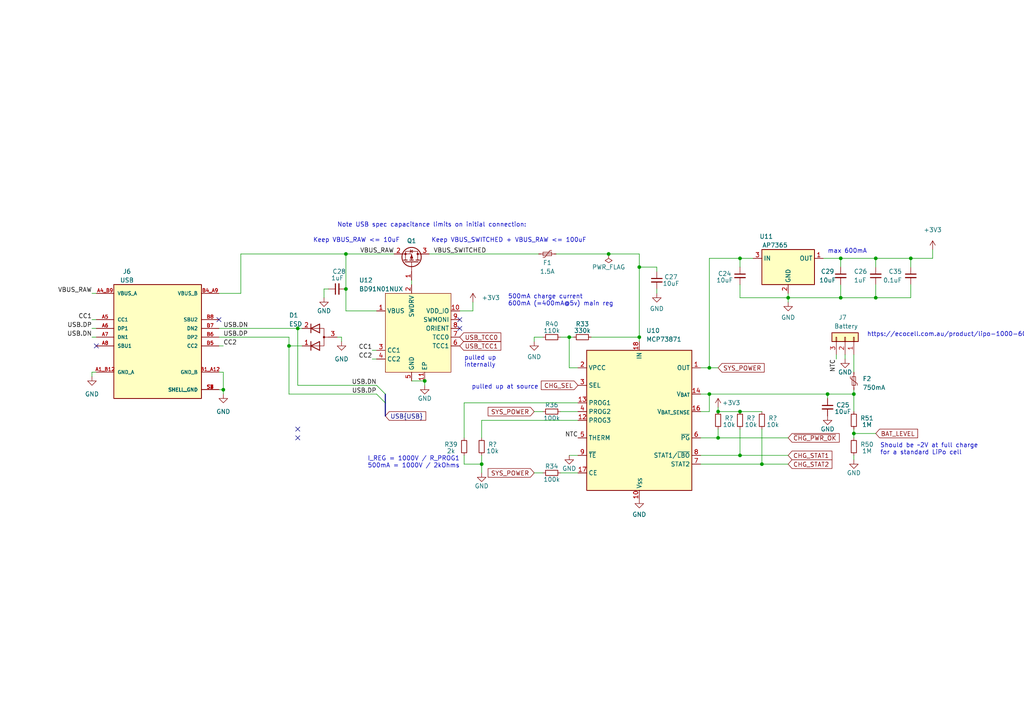
<source format=kicad_sch>
(kicad_sch (version 20230121) (generator eeschema)
  (paper "A4")
  (title_block (title "TANGARA") (date "2023-05-30") (rev "4") (company "made by jacqueline") (comment 1 "SPDX-License-Identifier: CERN-OHL-S-2.0"))
  (lib_symbols
    (symbol "Battery_Management:MCP73871"
      (property "Reference" "U" (at -7.62 24.13 0))
      (property "Value" "MCP73871" (at -15.24 21.59 0))
      (symbol "MCP73871_0_1"
        (rectangle (start -15.24 20.32) (end 15.24 -20.32) (stroke (width 0.254)) (fill (type background)))
      )
      (symbol "MCP73871_1_1"
        (pin power_out line (at 17.78 15.24 180) (length 2.54) (name "OUT") (number "1"))
        (pin power_in line (at 0 -22.86 90) (length 2.54) (name "V_{SS}") (number "10"))
        (pin passive line (at 0 -22.86 90) (length 2.54) hide (name "V_{SS}") (number "11"))
        (pin bidirectional line (at -17.78 0 0) (length 2.54) (name "PROG3") (number "12"))
        (pin bidirectional line (at -17.78 5.08 0) (length 2.54) (name "PROG1") (number "13"))
        (pin power_out line (at 17.78 7.62 180) (length 2.54) (name "V_{BAT}") (number "14"))
        (pin passive line (at 17.78 7.62 180) (length 2.54) hide (name "V_{BAT}") (number "15"))
        (pin input line (at 17.78 2.54 180) (length 2.54) (name "V_{BAT_SENSE}") (number "16"))
        (pin input line (at -17.78 -15.24 0) (length 2.54) (name "CE") (number "17"))
        (pin power_in line (at 0 22.86 270) (length 2.54) (name "IN") (number "18"))
        (pin passive line (at 0 22.86 270) (length 2.54) hide (name "IN") (number "19"))
        (pin input line (at -17.78 15.24 0) (length 2.54) (name "VPCC") (number "2"))
        (pin passive line (at 17.78 15.24 180) (length 2.54) hide (name "OUT") (number "20"))
        (pin passive line (at 0 -22.86 90) (length 2.54) hide (name "V_{SS}") (number "21"))
        (pin input line (at -17.78 10.16 0) (length 2.54) (name "SEL") (number "3"))
        (pin input line (at -17.78 2.54 0) (length 2.54) (name "PROG2") (number "4"))
        (pin bidirectional line (at -17.78 -5.08 0) (length 2.54) (name "THERM") (number "5"))
        (pin open_collector line (at 17.78 -5.08 180) (length 2.54) (name "~{PG}") (number "6"))
        (pin open_collector line (at 17.78 -12.7 180) (length 2.54) (name "STAT2") (number "7"))
        (pin open_collector line (at 17.78 -10.16 180) (length 2.54) (name "STAT1/~{LBO}") (number "8"))
        (pin input line (at -17.78 -10.16 0) (length 2.54) (name "~{TE}") (number "9"))
      )
    )
    (symbol "Connector_Generic:Conn_01x03" (pin_names (offset 1.016) hide)
      (property "Reference" "J" (at 0 5.08 0))
      (property "Value" "Conn_01x03" (at 0 -5.08 0))
      (symbol "Conn_01x03_1_1"
        (rectangle (start -1.27 -2.413) (end 0 -2.667) (stroke (width 0.1524)))
        (rectangle (start -1.27 0.127) (end 0 -0.127) (stroke (width 0.1524)))
        (rectangle (start -1.27 2.667) (end 0 2.413) (stroke (width 0.1524)))
        (rectangle (start -1.27 3.81) (end 1.27 -3.81) (stroke (width 0.254)) (fill (type background)))
        (pin passive line (at -5.08 2.54 0) (length 3.81) (name "Pin_1") (number "1"))
        (pin passive line (at -5.08 0 0) (length 3.81) (name "Pin_2") (number "2"))
        (pin passive line (at -5.08 -2.54 0) (length 3.81) (name "Pin_3") (number "3"))
      )
    )
    (symbol "Device:C_Small" (pin_numbers hide) (pin_names (offset 0.254) hide)
      (property "Reference" "C" (at 0.254 1.778 0))
      (property "Value" "C_Small" (at 0.254 -2.032 0))
      (symbol "C_Small_0_1"
        (polyline (pts (xy -1.524 -0.508) (xy 1.524 -0.508)) (stroke (width 0.3302)))
        (polyline (pts (xy -1.524 0.508) (xy 1.524 0.508)) (stroke (width 0.3048)))
      )
      (symbol "C_Small_1_1"
        (pin passive line (at 0 2.54 270) (length 2.032) (name "~") (number "1"))
        (pin passive line (at 0 -2.54 90) (length 2.032) (name "~") (number "2"))
      )
    )
    (symbol "Device:D_Dual_CommonAnode_KKA_Parallel" (pin_names (offset 0.762) hide)
      (property "Reference" "D" (at 0 5.08 0))
      (property "Value" "D_Dual_CommonAnode_KKA_Parallel" (at 0 -5.08 0))
      (symbol "D_Dual_CommonAnode_KKA_Parallel_0_0"
        (polyline (pts (xy 2.54 -3.81) (xy 2.54 -1.27)) (stroke (width 0.254)))
        (polyline (pts (xy 2.54 1.27) (xy 2.54 3.81)) (stroke (width 0.254)))
      )
      (symbol "D_Dual_CommonAnode_KKA_Parallel_0_1"
        (circle (center -1.27 0) (radius 0.254) (fill (type outline)))
        (polyline (pts (xy -1.27 0) (xy -2.54 0)))
        (polyline (pts (xy 2.54 2.54) (xy -1.27 2.54) (xy -1.27 -2.54) (xy 2.54 -2.54)))
        (polyline (pts (xy 0 -1.27) (xy 2.54 -2.54) (xy 0 -3.81) (xy 0 -1.27) (xy 0 -1.27) (xy 0 -1.27)) (stroke (width 0.254)))
        (polyline (pts (xy 0 3.81) (xy 2.54 2.54) (xy 0 1.27) (xy 0 3.81) (xy 0 3.81) (xy 0 3.81)) (stroke (width 0.254)))
        (pin passive line (at 5.08 2.54 180) (length 2.54) (name "K") (number "1"))
        (pin passive line (at 5.08 -2.54 180) (length 2.54) (name "K") (number "2"))
        (pin passive line (at -5.08 0 0) (length 2.54) (name "A") (number "3"))
      )
    )
    (symbol "Device:Polyfuse_Small" (pin_numbers hide) (pin_names (offset 0))
      (property "Reference" "F" (at -1.905 0 90))
      (property "Value" "Polyfuse_Small" (at 1.905 0 90))
      (symbol "Polyfuse_Small_0_1"
        (rectangle (start -0.508 1.27) (end 0.508 -1.27))
        (polyline (pts (xy 0 2.54) (xy 0 -2.54)))
        (polyline (pts (xy -1.016 1.27) (xy -1.016 0.762) (xy 1.016 -0.762) (xy 1.016 -1.27)))
      )
      (symbol "Polyfuse_Small_1_1"
        (pin passive line (at 0 2.54 270) (length 0.635) (name "~") (number "1"))
        (pin passive line (at 0 -2.54 90) (length 0.635) (name "~") (number "2"))
      )
    )
    (symbol "Device:Q_PMOS_GSD" (pin_names (offset 0) hide)
      (property "Reference" "Q" (at 5.08 1.27 0))
      (property "Value" "Q_PMOS_GSD" (at 5.08 -1.27 0))
      (symbol "Q_PMOS_GSD_0_1"
        (polyline (pts (xy 0.254 0) (xy -2.54 0)))
        (polyline (pts (xy 0.254 1.905) (xy 0.254 -1.905)) (stroke (width 0.254)))
        (polyline (pts (xy 0.762 -1.27) (xy 0.762 -2.286)) (stroke (width 0.254)))
        (polyline (pts (xy 0.762 0.508) (xy 0.762 -0.508)) (stroke (width 0.254)))
        (polyline (pts (xy 0.762 2.286) (xy 0.762 1.27)) (stroke (width 0.254)))
        (polyline (pts (xy 2.54 2.54) (xy 2.54 1.778)))
        (polyline (pts (xy 2.54 -2.54) (xy 2.54 0) (xy 0.762 0)))
        (polyline (pts (xy 0.762 1.778) (xy 3.302 1.778) (xy 3.302 -1.778) (xy 0.762 -1.778)))
        (polyline (pts (xy 2.286 0) (xy 1.27 0.381) (xy 1.27 -0.381) (xy 2.286 0)) (fill (type outline)))
        (polyline (pts (xy 2.794 -0.508) (xy 2.921 -0.381) (xy 3.683 -0.381) (xy 3.81 -0.254)))
        (polyline (pts (xy 3.302 -0.381) (xy 2.921 0.254) (xy 3.683 0.254) (xy 3.302 -0.381)))
        (circle (center 1.651 0) (radius 2.794) (stroke (width 0.254)))
        (circle (center 2.54 -1.778) (radius 0.254) (fill (type outline)))
        (circle (center 2.54 1.778) (radius 0.254) (fill (type outline)))
      )
      (symbol "Q_PMOS_GSD_1_1"
        (pin input line (at -5.08 0 0) (length 2.54) (name "G") (number "1"))
        (pin passive line (at 2.54 -5.08 90) (length 2.54) (name "S") (number "2"))
        (pin passive line (at 2.54 5.08 270) (length 2.54) (name "D") (number "3"))
      )
    )
    (symbol "Device:R_Small" (pin_numbers hide) (pin_names (offset 0.254) hide)
      (property "Reference" "R" (at 0.762 0.508 0))
      (property "Value" "R_Small" (at 0.762 -1.016 0))
      (symbol "R_Small_0_1"
        (rectangle (start -0.762 1.778) (end 0.762 -1.778) (stroke (width 0.2032)))
      )
      (symbol "R_Small_1_1"
        (pin passive line (at 0 2.54 270) (length 0.762) (name "~") (number "1"))
        (pin passive line (at 0 -2.54 90) (length 0.762) (name "~") (number "2"))
      )
    )
    (symbol "power:+3V3" (power) (pin_names (offset 0))
      (property "Value" "+3V3" (at 0 3.556 0))
      (symbol "+3V3_0_1"
        (polyline (pts (xy -0.762 1.27) (xy 0 2.54)))
        (polyline (pts (xy 0 0) (xy 0 2.54)))
        (polyline (pts (xy 0 2.54) (xy 0.762 1.27)))
      )
      (symbol "+3V3_1_1"
        (pin power_in line (at 0 0 90) (length 0) hide (name "+3V3") (number "1"))
      )
    )
    (symbol "power:GND" (power) (pin_names (offset 0))
      (property "Value" "GND" (at 0 -3.81 0))
      (symbol "GND_0_1"
        (polyline (pts (xy 0 0) (xy 0 -1.27) (xy 1.27 -1.27) (xy 0 -2.54) (xy -1.27 -1.27) (xy 0 -1.27)))
      )
      (symbol "GND_1_1"
        (pin power_in line (at 0 0 270) (length 0) hide (name "GND") (number "1"))
      )
    )
    (symbol "power:PWR_FLAG" (power) (pin_numbers hide) (pin_names (offset 0) hide)
      (property "Value" "PWR_FLAG" (at 0 3.81 0))
      (symbol "PWR_FLAG_0_0"
        (pin power_out line (at 0 0 90) (length 0) (name "pwr") (number "1"))
      )
      (symbol "PWR_FLAG_0_1"
        (polyline (pts (xy 0 0) (xy 0 1.27) (xy -1.016 1.905) (xy 0 2.54) (xy 1.016 1.905) (xy 0 1.27)))
      )
    )
    (symbol "symbols:AP7365"
      (property "Reference" "U" (at 0 0 0))
      (symbol "AP7365_1_1"
        (rectangle (start -7.62 3.81) (end 7.62 -6.35) (stroke (width 0.254)) (fill (type background)))
        (pin power_out line (at 10.16 1.27 180) (length 2.54) (name "OUT") (number "1"))
        (pin power_in line (at 0 -8.89 90) (length 2.54) (name "GND") (number "2"))
        (pin power_in line (at -10.16 1.27 0) (length 2.54) (name "IN") (number "3"))
      )
    )
    (symbol "symbols:BD91N01NUX"
      (property "Reference" "U" (at 0 13.97 0))
      (property "Value" "BD91N01NUX" (at 5.08 16.51 0))
      (symbol "BD91N01NUX_0_1"
        (rectangle (start -12.7 12.7) (end 6.35 -10.16) (fill (type background)))
      )
      (symbol "BD91N01NUX_1_1"
        (pin power_in line (at -15.24 7.62 0) (length 2.54) (name "VBUS") (number "1"))
        (pin power_in line (at 8.89 7.62 180) (length 2.54) (name "VDD_IO") (number "10"))
        (pin power_in line (at -1.27 -12.7 90) (length 2.54) (name "EP") (number "11"))
        (pin output line (at -5.08 15.24 270) (length 2.54) (name "SWDRV") (number "2"))
        (pin input line (at -15.24 -3.81 0) (length 2.54) (name "CC1") (number "3"))
        (pin input line (at -15.24 -6.35 0) (length 2.54) (name "CC2") (number "4"))
        (pin power_in line (at -5.08 -12.7 90) (length 2.54) (name "GND") (number "5"))
        (pin output line (at 8.89 -2.54 180) (length 2.54) (name "TCC1") (number "6"))
        (pin output line (at 8.89 0 180) (length 2.54) (name "TCC0") (number "7"))
        (pin output line (at 8.89 2.54 180) (length 2.54) (name "ORIENT") (number "8"))
        (pin output line (at 8.89 5.08 180) (length 2.54) (name "SWMONI") (number "9"))
      )
    )
    (symbol "symbols:USB4510-03-1-A_REVA" (pin_names (offset 1.016))
      (property "Reference" "J" (at -12.7 16.002 0))
      (property "Value" "USB4510-03-1-A_REVA" (at -12.7 -18.542 0))
      (symbol "USB4510-03-1-A_REVA_0_0"
        (rectangle (start -12.7 -17.78) (end 12.7 15.24) (stroke (width 0.254)) (fill (type background)))
        (pin power_in line (at -17.78 -10.16 0) (length 5.08) (name "GND_A") (number "A1_B12"))
        (pin power_in line (at -17.78 12.7 0) (length 5.08) (name "VBUS_A") (number "A4_B9"))
        (pin bidirectional line (at -17.78 5.08 0) (length 5.08) (name "CC1") (number "A5"))
        (pin bidirectional line (at -17.78 2.54 0) (length 5.08) (name "DP1") (number "A6"))
        (pin bidirectional line (at -17.78 0 0) (length 5.08) (name "DN1") (number "A7"))
        (pin bidirectional line (at -17.78 -2.54 0) (length 5.08) (name "SBU1") (number "A8"))
        (pin power_in line (at 17.78 -10.16 180) (length 5.08) (name "GND_B") (number "B1_A12"))
        (pin power_in line (at 17.78 12.7 180) (length 5.08) (name "VBUS_B") (number "B4_A9"))
        (pin bidirectional line (at 17.78 -2.54 180) (length 5.08) (name "CC2") (number "B5"))
        (pin bidirectional line (at 17.78 0 180) (length 5.08) (name "DP2") (number "B6"))
        (pin bidirectional line (at 17.78 2.54 180) (length 5.08) (name "DN2") (number "B7"))
        (pin bidirectional line (at 17.78 5.08 180) (length 5.08) (name "SBU2") (number "B8"))
        (pin power_in line (at 17.78 -15.24 180) (length 5.08) (name "SHELL_GND") (number "S1"))
        (pin power_in line (at 17.78 -15.24 180) (length 5.08) (name "SHELL_GND") (number "S2"))
        (pin power_in line (at 17.78 -15.24 180) (length 5.08) (name "SHELL_GND") (number "S3"))
        (pin power_in line (at 17.78 -15.24 180) (length 5.08) (name "SHELL_GND") (number "S4"))
      )
    )
  )
  (junction (at 247.65 125.73))
  (junction (at 100.33 83.82))
  (junction (at 86.36 95.25))
  (junction (at 205.74 114.3))
  (junction (at 64.77 113.03))
  (junction (at 254 74.93))
  (junction (at 264.16 74.93))
  (junction (at 240.03 114.3))
  (junction (at 243.84 86.36))
  (junction (at 208.28 127))
  (junction (at 214.63 132.08))
  (junction (at 243.84 74.93))
  (junction (at 83.82 100.33))
  (junction (at 220.98 134.62))
  (junction (at 214.63 74.93))
  (junction (at 185.42 97.79))
  (junction (at 247.65 114.3))
  (junction (at 205.74 106.68))
  (junction (at 165.1 97.79))
  (junction (at 123.19 110.49))
  (junction (at 214.63 119.38))
  (junction (at 228.6 86.36))
  (junction (at 100.33 73.66))
  (junction (at 208.28 119.38))
  (junction (at 176.53 73.66))
  (junction (at 185.42 77.47))
  (junction (at 254 86.36))
  (junction (at 139.7 134.62))
  (no_connect (at 27.94 100.33))
  (no_connect (at 133.35 92.71))
  (no_connect (at 133.35 95.25))
  (no_connect (at 86.36 124.46))
  (no_connect (at 86.36 127))
  (no_connect (at 63.5 92.71))
  (bus_entry (at 109.22 111.76) (size 2.54 2.54))
  (bus_entry (at 109.22 114.3) (size 2.54 2.54))
  (wire (pts (xy 69.85 73.66) (xy 69.85 85.09)))
  (wire (pts (xy 100.33 90.17) (xy 100.33 83.82)))
  (wire (pts (xy 243.84 77.47) (xy 243.84 74.93)))
  (wire (pts (xy 154.94 137.16) (xy 157.48 137.16)))
  (wire (pts (xy 205.74 74.93) (xy 214.63 74.93)))
  (wire (pts (xy 157.48 97.79) (xy 154.94 97.79)))
  (wire (pts (xy 247.65 113.03) (xy 247.65 114.3)))
  (wire (pts (xy 243.84 86.36) (xy 228.6 86.36)))
  (wire (pts (xy 203.2 132.08) (xy 214.63 132.08)))
  (wire (pts (xy 171.45 97.79) (xy 185.42 97.79)))
  (wire (pts (xy 264.16 74.93) (xy 270.51 74.93)))
  (wire (pts (xy 247.65 114.3) (xy 247.65 119.38)))
  (wire (pts (xy 264.16 82.55) (xy 264.16 86.36)))
  (wire (pts (xy 165.1 106.68) (xy 165.1 97.79)))
  (wire (pts (xy 208.28 124.46) (xy 208.28 127)))
  (wire (pts (xy 139.7 134.62) (xy 139.7 137.16)))
  (wire (pts (xy 107.95 101.6) (xy 109.22 101.6)))
  (wire (pts (xy 167.64 106.68) (xy 165.1 106.68)))
  (wire (pts (xy 264.16 86.36) (xy 254 86.36)))
  (wire (pts (xy 63.5 95.25) (xy 86.36 95.25)))
  (wire (pts (xy 176.53 73.66) (xy 185.42 73.66)))
  (wire (pts (xy 214.63 86.36) (xy 228.6 86.36)))
  (wire (pts (xy 161.29 73.66) (xy 176.53 73.66)))
  (bus (pts (xy 111.76 116.84) (xy 111.76 120.65)))
  (wire (pts (xy 139.7 132.08) (xy 139.7 134.62)))
  (wire (pts (xy 242.57 104.14) (xy 242.57 102.87)))
  (wire (pts (xy 203.2 134.62) (xy 220.98 134.62)))
  (wire (pts (xy 245.11 102.87) (xy 245.11 104.14)))
  (wire (pts (xy 119.38 81.28) (xy 119.38 82.55)))
  (wire (pts (xy 214.63 77.47) (xy 214.63 74.93)))
  (wire (pts (xy 83.82 114.3) (xy 83.82 100.33)))
  (wire (pts (xy 133.35 90.17) (xy 137.16 90.17)))
  (wire (pts (xy 167.64 137.16) (xy 162.56 137.16)))
  (wire (pts (xy 185.42 77.47) (xy 185.42 97.79)))
  (wire (pts (xy 86.36 111.76) (xy 109.22 111.76)))
  (wire (pts (xy 165.1 132.08) (xy 167.64 132.08)))
  (wire (pts (xy 26.67 107.95) (xy 26.67 109.22)))
  (wire (pts (xy 254 74.93) (xy 254 77.47)))
  (wire (pts (xy 93.98 83.82) (xy 93.98 86.36)))
  (wire (pts (xy 247.65 132.08) (xy 247.65 133.35)))
  (wire (pts (xy 228.6 86.36) (xy 228.6 85.09)))
  (wire (pts (xy 119.38 110.49) (xy 123.19 110.49)))
  (wire (pts (xy 64.77 107.95) (xy 64.77 113.03)))
  (wire (pts (xy 64.77 100.33) (xy 63.5 100.33)))
  (wire (pts (xy 254 74.93) (xy 264.16 74.93)))
  (wire (pts (xy 264.16 74.93) (xy 264.16 77.47)))
  (wire (pts (xy 167.64 121.92) (xy 139.7 121.92)))
  (wire (pts (xy 64.77 114.3) (xy 64.77 113.03)))
  (wire (pts (xy 83.82 100.33) (xy 83.82 97.79)))
  (wire (pts (xy 100.33 73.66) (xy 114.3 73.66)))
  (wire (pts (xy 228.6 87.63) (xy 228.6 86.36)))
  (wire (pts (xy 69.85 73.66) (xy 100.33 73.66)))
  (wire (pts (xy 214.63 74.93) (xy 218.44 74.93)))
  (wire (pts (xy 214.63 132.08) (xy 228.6 132.08)))
  (wire (pts (xy 154.94 97.79) (xy 154.94 99.06)))
  (wire (pts (xy 214.63 119.38) (xy 220.98 119.38)))
  (wire (pts (xy 240.03 114.3) (xy 247.65 114.3)))
  (wire (pts (xy 208.28 118.11) (xy 208.28 119.38)))
  (wire (pts (xy 190.5 78.74) (xy 190.5 77.47)))
  (wire (pts (xy 63.5 85.09) (xy 69.85 85.09)))
  (wire (pts (xy 205.74 119.38) (xy 205.74 114.3)))
  (wire (pts (xy 238.76 74.93) (xy 243.84 74.93)))
  (wire (pts (xy 83.82 114.3) (xy 109.22 114.3)))
  (wire (pts (xy 203.2 127) (xy 208.28 127)))
  (wire (pts (xy 139.7 121.92) (xy 139.7 127)))
  (wire (pts (xy 243.84 82.55) (xy 243.84 86.36)))
  (wire (pts (xy 162.56 119.38) (xy 167.64 119.38)))
  (wire (pts (xy 86.36 95.25) (xy 86.36 111.76)))
  (wire (pts (xy 124.46 73.66) (xy 156.21 73.66)))
  (wire (pts (xy 137.16 90.17) (xy 137.16 87.63)))
  (wire (pts (xy 214.63 82.55) (xy 214.63 86.36)))
  (wire (pts (xy 190.5 77.47) (xy 185.42 77.47)))
  (wire (pts (xy 185.42 97.79) (xy 185.42 99.06)))
  (wire (pts (xy 100.33 73.66) (xy 100.33 83.82)))
  (wire (pts (xy 83.82 100.33) (xy 87.63 100.33)))
  (wire (pts (xy 247.65 125.73) (xy 247.65 124.46)))
  (wire (pts (xy 64.77 113.03) (xy 63.5 113.03)))
  (wire (pts (xy 270.51 72.39) (xy 270.51 74.93)))
  (wire (pts (xy 203.2 119.38) (xy 205.74 119.38)))
  (wire (pts (xy 134.62 132.08) (xy 134.62 134.62)))
  (wire (pts (xy 205.74 74.93) (xy 205.74 106.68)))
  (wire (pts (xy 205.74 114.3) (xy 240.03 114.3)))
  (wire (pts (xy 247.65 125.73) (xy 254 125.73)))
  (wire (pts (xy 167.64 116.84) (xy 134.62 116.84)))
  (wire (pts (xy 165.1 97.79) (xy 166.37 97.79)))
  (wire (pts (xy 99.06 97.79) (xy 99.06 99.06)))
  (wire (pts (xy 243.84 74.93) (xy 254 74.93)))
  (wire (pts (xy 247.65 127) (xy 247.65 125.73)))
  (wire (pts (xy 63.5 97.79) (xy 83.82 97.79)))
  (wire (pts (xy 190.5 83.82) (xy 190.5 85.09)))
  (wire (pts (xy 26.67 92.71) (xy 27.94 92.71)))
  (wire (pts (xy 63.5 107.95) (xy 64.77 107.95)))
  (wire (pts (xy 243.84 86.36) (xy 254 86.36)))
  (wire (pts (xy 205.74 106.68) (xy 208.28 106.68)))
  (wire (pts (xy 123.19 110.49) (xy 123.19 111.76)))
  (wire (pts (xy 203.2 106.68) (xy 205.74 106.68)))
  (wire (pts (xy 214.63 124.46) (xy 214.63 132.08)))
  (wire (pts (xy 27.94 107.95) (xy 26.67 107.95)))
  (bus (pts (xy 111.76 114.3) (xy 111.76 116.84)))
  (wire (pts (xy 185.42 73.66) (xy 185.42 77.47)))
  (wire (pts (xy 220.98 134.62) (xy 228.6 134.62)))
  (wire (pts (xy 247.65 102.87) (xy 247.65 107.95)))
  (wire (pts (xy 208.28 127) (xy 228.6 127)))
  (wire (pts (xy 154.94 119.38) (xy 157.48 119.38)))
  (wire (pts (xy 134.62 134.62) (xy 139.7 134.62)))
  (wire (pts (xy 240.03 114.3) (xy 240.03 115.57)))
  (wire (pts (xy 26.67 97.79) (xy 27.94 97.79)))
  (wire (pts (xy 97.79 97.79) (xy 99.06 97.79)))
  (wire (pts (xy 26.67 95.25) (xy 27.94 95.25)))
  (wire (pts (xy 208.28 119.38) (xy 214.63 119.38)))
  (wire (pts (xy 95.25 83.82) (xy 93.98 83.82)))
  (wire (pts (xy 220.98 124.46) (xy 220.98 134.62)))
  (wire (pts (xy 86.36 95.25) (xy 87.63 95.25)))
  (wire (pts (xy 26.67 85.09) (xy 27.94 85.09)))
  (wire (pts (xy 134.62 116.84) (xy 134.62 127)))
  (wire (pts (xy 162.56 97.79) (xy 165.1 97.79)))
  (wire (pts (xy 107.95 104.14) (xy 109.22 104.14)))
  (wire (pts (xy 109.22 90.17) (xy 100.33 90.17)))
  (wire (pts (xy 254 82.55) (xy 254 86.36)))
  (wire (pts (xy 203.2 114.3) (xy 205.74 114.3)))
  (text "https://ecocell.com.au/product/lipo-1000-603450-3w/" (at 251.46 97.79 0) (effects (font (size 1.27 1.27)) (justify left bottom)))
  (text "max 600mA" (at 240.03 73.66 0) (effects (font (size 1.27 1.27)) (justify left bottom)))
  (text "500mA charge current\n600mA (=400mA@5v) main reg" (at 147.32 88.9 0) (effects (font (size 1.27 1.27)) (justify left bottom)))
  (text "pulled up\ninternally" (at 134.62 106.68 0) (effects (font (size 1.27 1.27)) (justify left bottom)))
  (text "Should be ~2V at full charge\nfor a standard LiPo cell" (at 255.27 132.08 0) (effects (font (size 1.27 1.27)) (justify left bottom)))
  (text "pulled up at source" (at 156.21 113.03 0) (effects (font (size 1.27 1.27)) (justify right bottom)))
  (text "I_REG = 1000V / R_PROG1\n500mA = 1000V / 2kOhms" (at 133.35 135.89 0) (effects (font (size 1.27 1.27)) (justify right bottom)))
  (text "Keep VBUS_RAW <= 10uF" (at 90.805 70.485 0) (effects (font (size 1.27 1.27)) (justify left bottom)))
  (text "Keep VBUS_SWITCHED + VBUS_RAW <= 100uF" (at 125.095 70.485 0) (effects (font (size 1.27 1.27)) (justify left bottom)))
  (text "Note USB spec capacitance limits on initial connection:" (at 97.79 66.04 0) (effects (font (size 1.27 1.27)) (justify left bottom)))
  (label "CC2" (at 107.95 104.14 180))
  (label "USB.DP" (at 26.67 95.25 180))
  (label "VBUS_RAW" (at 114.3 73.66 180))
  (label "NTC" (at 167.64 127 180))
  (label "USB.DP" (at 109.22 114.3 180))
  (label "CC1" (at 26.67 92.71 180))
  (label "USB.DN" (at 26.67 97.79 180))
  (label "VBUS_SWITCHED" (at 125.73 73.66 0))
  (label "VBUS_RAW" (at 26.67 85.09 180))
  (label "CC2" (at 64.77 100.33 0))
  (label "CC1" (at 107.95 101.6 180))
  (label "NTC" (at 242.57 104.14 270))
  (label "USB.DN" (at 109.22 111.76 180))
  (label "USB.DN" (at 64.77 95.25 0))
  (label "USB.DP" (at 64.77 97.79 0))
  (global_label "~{CHG_PWR_OK}" (shape input) (at 228.6 127 0) (property "Intersheetrefs" "${INTERSHEET_REFS}" (effects hide)))
  (global_label "SYS_POWER" (shape input) (at 154.94 137.16 180) (property "Intersheetrefs" "${INTERSHEET_REFS}" (effects hide)))
  (global_label "CHG_STAT2" (shape input) (at 228.6 134.62 0) (property "Intersheetrefs" "${INTERSHEET_REFS}" (effects hide)))
  (global_label "USB_TCC0" (shape input) (at 133.35 97.79 0) (property "Intersheetrefs" "${INTERSHEET_REFS}" (effects hide)))
  (global_label "SYS_POWER" (shape input) (at 154.94 119.38 180) (property "Intersheetrefs" "${INTERSHEET_REFS}" (effects hide)))
  (global_label "USB_TCC1" (shape input) (at 133.35 100.33 0) (property "Intersheetrefs" "${INTERSHEET_REFS}" (effects hide)))
  (global_label "CHG_SEL" (shape input) (at 167.64 111.76 180) (property "Intersheetrefs" "${INTERSHEET_REFS}" (effects hide)))
  (global_label "CHG_STAT1" (shape input) (at 228.6 132.08 0) (property "Intersheetrefs" "${INTERSHEET_REFS}" (effects hide)))
  (global_label "BAT_LEVEL" (shape input) (at 254 125.73 0) (property "Intersheetrefs" "${INTERSHEET_REFS}" (effects hide)))
  (global_label "SYS_POWER" (shape input) (at 208.28 106.68 0) (property "Intersheetrefs" "${INTERSHEET_REFS}" (effects hide)))
  (global_label "USB{USB}" (shape input) (at 111.76 120.65 0) (property "Intersheetrefs" "${INTERSHEET_REFS}" (effects hide)))
  (symbol (lib_id "Device:R_Small") (at 247.65 129.54 0) (unit 1)
    (property "Reference" "R50" (at 251.46 128.905 0))
    (property "Value" "1M" (at 251.46 130.81 0))
    (property "Footprint" "Resistor_SMD:R_0603_1608Metric" (effects hide))
    (property "MPN" "AC0603FR-131ML" (effects hide))
  )
  (symbol (lib_id "symbols:BD91N01NUX") (at 124.46 97.79 0) (unit 1)
    (property "Reference" "U12" (at 104.14 81.28 0) (effects (justify left)))
    (property "Value" "BD91N01NUX" (at 104.14 83.82 0) (effects (justify left)))
    (property "Footprint" "footprints:BD91N01NUX-E2" (effects hide))
    (property "MPN" "BD91N01NUX" (effects hide))
  )
  (symbol (lib_id "power:GND") (at 93.98 86.36 0) (unit 1)
    (property "Reference" "#PWR0202" (effects hide))
    (property "Value" "GND" (at 93.98 90.17 0))
  )
  (symbol (lib_id "Device:C_Small") (at 254 80.01 180) (unit 1)
    (property "Reference" "C26" (at 247.65 78.74 0) (effects (justify right)))
    (property "Value" "1uF" (at 247.65 81.28 0) (effects (justify right)))
    (property "Footprint" "Capacitor_SMD:C_0805_2012Metric" (effects hide))
    (property "MPN" "EMK212BJ105KG-T" (effects hide))
  )
  (symbol (lib_id "power:+3V3") (at 208.28 118.11 0) (unit 1)
    (property "Reference" "#PWR0124" (effects hide))
    (property "Value" "+3V3" (at 212.09 116.84 0))
    (instances (project "gay-ipod" (path "" (reference "#PWR0124") (unit 1)) (path "" (reference "#PWR04") (unit 1))))
  )
  (symbol (lib_id "power:+3V3") (at 270.51 72.39 0) (unit 1)
    (property "Reference" "#PWR0217" (effects hide))
    (property "Value" "+3V3" (at 270.51 66.675 0))
  )
  (symbol (lib_id "Device:R_Small") (at 139.7 129.54 0) (unit 1)
    (property "Reference" "R?" (at 142.875 128.905 0))
    (property "Value" "10k" (at 142.875 130.81 0))
    (property "Footprint" "Resistor_SMD:R_0603_1608Metric" (effects hide))
    (property "MPN" "AC0603JR-0710KL" (effects hide))
    (instances (project "gay-ipod" (path "" (reference "R?") (unit 1)) (path "" (reference "R23") (unit 1)) (path "" (reference "R35") (unit 1))))
  )
  (symbol (lib_id "Device:C_Small") (at 214.63 80.01 0) (unit 1)
    (property "Reference" "C24" (at 210.185 79.375 0))
    (property "Value" "10uF" (at 210.185 81.28 0))
    (property "Footprint" "Capacitor_SMD:C_0805_2012Metric" (effects hide))
    (property "MPN" "CL21A106KOQNNNG" (effects hide))
  )
  (symbol (lib_id "Device:R_Small") (at 160.02 137.16 90) (unit 1)
    (property "Reference" "R34" (at 160.02 135.255 90))
    (property "Value" "100k" (at 160.02 139.065 90))
    (property "Footprint" "Resistor_SMD:R_0603_1608Metric" (effects hide))
    (property "MPN" "RC0603JR-10100KL" (effects hide))
  )
  (symbol (lib_id "power:GND") (at 245.11 104.14 0) (unit 1)
    (property "Reference" "#PWR0213" (effects hide))
    (property "Value" "GND" (at 245.11 107.95 0))
  )
  (symbol (lib_id "Device:C_Small") (at 240.03 118.11 0) (mirror y) (unit 1)
    (property "Reference" "C25" (at 244.475 117.475 0))
    (property "Value" "10uF" (at 244.475 119.38 0))
    (property "Footprint" "Capacitor_SMD:C_0805_2012Metric" (effects hide))
    (property "MPN" "CL21A106KOQNNNG" (effects hide))
  )
  (symbol (lib_id "Device:D_Dual_CommonAnode_KKA_Parallel") (at 92.71 97.79 180) (unit 1)
    (property "Reference" "D1" (at 83.82 91.44 0) (effects (justify right)))
    (property "Value" "ESD" (at 83.82 93.98 0) (effects (justify right)))
    (property "Footprint" "Package_TO_SOT_SMD:SOT-23" (effects hide))
    (property "MPN" "PESD2USB3UV-TR" (effects hide))
  )
  (symbol (lib_id "Battery_Management:MCP73871") (at 185.42 121.92 0) (unit 1)
    (property "Reference" "U10" (at 187.4394 95.885 0) (effects (justify left)))
    (property "Value" "MCP73871" (at 187.4394 98.425 0) (effects (justify left)))
    (property "Footprint" "Package_DFN_QFN:QFN-20-1EP_4x4mm_P0.5mm_EP2.5x2.5mm_ThermalVias" (effects hide))
    (property "Datasheet" "http://www.mouser.com/ds/2/268/22090a-52174.pdf" (effects hide))
    (property "MPN" "MCP73871-2CCI/ML" (effects hide))
  )
  (symbol (lib_id "power:PWR_FLAG") (at 176.53 73.66 180) (unit 1)
    (property "Reference" "#FLG0202" (effects hide))
    (property "Value" "PWR_FLAG" (at 176.53 77.47 0))
  )
  (symbol (lib_id "power:GND") (at 99.06 99.06 0) (unit 1)
    (property "Reference" "#PWR0203" (effects hide))
    (property "Value" "GND" (at 99.06 104.14 0))
  )
  (symbol (lib_id "power:GND") (at 64.77 114.3 0) (unit 1)
    (property "Reference" "#PWR0201" (effects hide))
    (property "Value" "GND" (at 64.77 119.38 0))
  )
  (symbol (lib_id "power:GND") (at 165.1 132.08 0) (unit 1)
    (property "Reference" "#PWR0208" (effects hide))
    (property "Value" "GND" (at 165.1 135.89 0))
  )
  (symbol (lib_id "Device:R_Small") (at 247.65 121.92 0) (unit 1)
    (property "Reference" "R51" (at 251.46 121.285 0))
    (property "Value" "1M" (at 251.46 123.19 0))
    (property "Footprint" "Resistor_SMD:R_0603_1608Metric" (effects hide))
    (property "MPN" "AC0603FR-131ML" (effects hide))
  )
  (symbol (lib_id "Device:R_Small") (at 134.62 129.54 0) (mirror y) (unit 1)
    (property "Reference" "R39" (at 130.81 128.905 0))
    (property "Value" "2k" (at 130.81 130.81 0))
    (property "Footprint" "Resistor_SMD:R_0603_1608Metric" (effects hide))
    (property "MPN" "ERJ-3RBD2001V " (effects hide))
  )
  (symbol (lib_id "Device:C_Small") (at 190.5 81.28 0) (mirror y) (unit 1)
    (property "Reference" "C27" (at 194.6275 80.3275 0))
    (property "Value" "10uF" (at 194.6275 82.2325 0))
    (property "Footprint" "Capacitor_SMD:C_0805_2012Metric" (effects hide))
    (property "MPN" "CL21A106KOQNNNG" (effects hide))
  )
  (symbol (lib_id "Device:R_Small") (at 160.02 119.38 90) (unit 1)
    (property "Reference" "R36" (at 160.02 117.475 90))
    (property "Value" "100k" (at 160.02 121.285 90))
    (property "Footprint" "Resistor_SMD:R_0603_1608Metric" (effects hide))
    (property "MPN" "RC0603JR-10100KL" (effects hide))
  )
  (symbol (lib_id "Device:C_Small") (at 264.16 80.01 0) (mirror y) (unit 1)
    (property "Reference" "C35" (at 261.62 78.7462 0) (effects (justify left)))
    (property "Value" "0.1uF" (at 261.62 81.2862 0) (effects (justify left)))
    (property "Footprint" "Capacitor_SMD:C_0805_2012Metric" (effects hide))
    (property "MPN" "0805YD104KAT2A" (effects hide))
    (instances (project "gay-ipod" (path "" (reference "C35") (unit 1)) (path "" (reference "C22") (unit 1))))
  )
  (symbol (lib_id "power:+3V3") (at 137.16 87.63 0) (unit 1)
    (property "Reference" "#PWR0205" (effects hide))
    (property "Value" "+3V3" (at 139.7 86.3599 0) (effects (justify left)))
  )
  (symbol (lib_id "Device:R_Small") (at 160.02 97.79 90) (unit 1)
    (property "Reference" "R40" (at 160.02 93.98 90))
    (property "Value" "110k" (at 160.02 95.885 90))
    (property "Footprint" "Resistor_SMD:R_0603_1608Metric" (effects hide))
    (property "MPN" "AC0603FR-07110KL" (effects hide))
  )
  (symbol (lib_id "power:GND") (at 123.19 111.76 0) (unit 1)
    (property "Reference" "#PWR0204" (effects hide))
    (property "Value" "GND" (at 123.19 115.57 0))
  )
  (symbol (lib_id "power:GND") (at 26.67 109.22 0) (unit 1)
    (property "Reference" "#PWR011" (effects hide))
    (property "Value" "GND" (at 26.67 114.3 0))
  )
  (symbol (lib_id "Device:Polyfuse_Small") (at 247.65 110.49 0) (unit 1)
    (property "Reference" "F2" (at 250.19 109.855 0) (effects (justify left)))
    (property "Value" "750mA" (at 250.19 112.395 0) (effects (justify left)))
    (property "Footprint" "Fuse:Fuse_1206_3216Metric" (effects hide))
    (property "MPN" "SMD1206B075TF" (effects hide))
  )
  (symbol (lib_id "Device:Q_PMOS_GSD") (at 119.38 76.2 270) (mirror x) (unit 1)
    (property "Reference" "Q1" (at 119.38 69.85 90))
    (property "Value" "PMV48XPA2R" (effects hide))
    (property "Footprint" "Package_TO_SOT_SMD:TSOT-23" (effects hide))
    (property "MPN" "PMV48XPA2R" (effects hide))
  )
  (symbol (lib_id "Device:Polyfuse_Small") (at 158.75 73.66 270) (unit 1)
    (property "Reference" "F1" (at 158.75 76.2 90))
    (property "Value" "1.5A" (at 158.75 78.74 90))
    (property "Footprint" "Fuse:Fuse_1206_3216Metric" (effects hide))
    (property "MPN" "SMD1206B150TFT" (effects hide))
  )
  (symbol (lib_id "Device:R_Small") (at 214.63 121.92 0) (unit 1)
    (property "Reference" "R?" (at 217.805 121.285 0))
    (property "Value" "10k" (at 217.805 123.19 0))
    (property "Footprint" "Resistor_SMD:R_0603_1608Metric" (effects hide))
    (property "MPN" "AC0603JR-0710KL" (effects hide))
    (instances (project "gay-ipod" (path "" (reference "R?") (unit 1)) (path "" (reference "R23") (unit 1)) (path "" (reference "R37") (unit 1))))
  )
  (symbol (lib_id "power:GND") (at 139.7 137.16 0) (unit 1)
    (property "Reference" "#PWR0206" (effects hide))
    (property "Value" "GND" (at 139.7 140.97 0))
  )
  (symbol (lib_id "power:GND") (at 240.03 120.65 0) (mirror y) (unit 1)
    (property "Reference" "#PWR0211" (effects hide))
    (property "Value" "GND" (at 240.03 124.46 0))
  )
  (symbol (lib_id "symbols:AP7365") (at 228.6 76.2 0) (unit 1)
    (property "Reference" "U11" (at 222.25 68.58 0))
    (property "Value" "AP7365" (at 224.79 71.12 0))
    (property "Footprint" "Package_TO_SOT_SMD:SOT-89-3" (effects hide))
    (property "MPN" "AP7365-33YG-13 " (effects hide))
  )
  (symbol (lib_id "power:GND") (at 228.6 87.63 0) (unit 1)
    (property "Reference" "#PWR01" (effects hide))
    (property "Value" "GND" (at 228.6 92.075 0))
  )
  (symbol (lib_id "Device:C_Small") (at 97.79 83.82 90) (unit 1)
    (property "Reference" "C28" (at 100.33 78.74 90) (effects (justify left)))
    (property "Value" "1uF" (at 99.695 80.645 90) (effects (justify left)))
    (property "Footprint" "Capacitor_SMD:C_0805_2012Metric" (effects hide))
    (property "MPN" "EMK212BJ105KG-T" (effects hide))
  )
  (symbol (lib_id "Device:R_Small") (at 168.91 97.79 90) (unit 1)
    (property "Reference" "R33" (at 168.91 93.98 90))
    (property "Value" "330k" (at 168.91 95.885 90))
    (property "Footprint" "Resistor_SMD:R_0603_1608Metric" (effects hide))
    (property "MPN" "RT0603FRE07330KL" (effects hide))
  )
  (symbol (lib_id "power:GND") (at 154.94 99.06 0) (unit 1)
    (property "Reference" "#PWR0207" (effects hide))
    (property "Value" "GND" (at 154.94 103.505 0))
  )
  (symbol (lib_id "Device:C_Small") (at 243.84 80.01 0) (unit 1)
    (property "Reference" "C29" (at 240.03 78.74 0))
    (property "Value" "10uF" (at 240.03 81.28 0))
    (property "Footprint" "Capacitor_SMD:C_0805_2012Metric" (effects hide))
    (property "MPN" "CL21A106KOQNNNG" (effects hide))
  )
  (symbol (lib_id "power:GND") (at 247.65 133.35 0) (unit 1)
    (property "Reference" "#PWR0214" (effects hide))
    (property "Value" "GND" (at 247.65 137.16 0))
  )
  (symbol (lib_id "symbols:USB4510-03-1-A_REVA") (at 45.72 97.79 0) (unit 1)
    (property "Reference" "J6" (at 36.83 78.74 0))
    (property "Value" "USB" (at 36.83 81.28 0))
    (property "Footprint" "footprints:GCT_USB4510-03-1-A_REVA" (effects hide))
    (property "Datasheet" "https://www.usb.org/sites/default/files/documents/usb_type-c.zip" (effects hide))
    (property "MPN" "USB4510-03-1-A" (effects hide))
    (property "PARTREV" "A" (effects hide))
    (property "STANDARD" "Manufacturer Recommendations" (effects hide))
    (property "MAXIMUM_PACKAGE_HEIGHT" "2.46mm" (effects hide))
    (property "MANUFACTURER" "GCT" (effects hide))
  )
  (symbol (lib_id "power:GND") (at 185.42 144.78 0) (unit 1)
    (property "Reference" "#PWR0210" (effects hide))
    (property "Value" "GND" (at 185.42 149.225 0))
  )
  (symbol (lib_id "power:GND") (at 190.5 85.09 0) (mirror y) (unit 1)
    (property "Reference" "#PWR0209" (effects hide))
    (property "Value" "GND" (at 190.5 89.535 0))
  )
  (symbol (lib_id "Device:R_Small") (at 220.98 121.92 0) (unit 1)
    (property "Reference" "R?" (at 224.155 121.285 0))
    (property "Value" "10k" (at 224.155 123.19 0))
    (property "Footprint" "Resistor_SMD:R_0603_1608Metric" (effects hide))
    (property "MPN" "AC0603JR-0710KL" (effects hide))
    (instances (project "gay-ipod" (path "" (reference "R?") (unit 1)) (path "" (reference "R23") (unit 1)) (path "" (reference "R38") (unit 1))))
  )
  (symbol (lib_id "Device:R_Small") (at 208.28 121.92 0) (unit 1)
    (property "Reference" "R?" (at 211.455 121.285 0))
    (property "Value" "10k" (at 211.455 123.19 0))
    (property "Footprint" "Resistor_SMD:R_0603_1608Metric" (effects hide))
    (property "MPN" "AC0603JR-0710KL" (effects hide))
    (instances (project "gay-ipod" (path "" (reference "R?") (unit 1)) (path "" (reference "R23") (unit 1)) (path "" (reference "R41") (unit 1))))
  )
  (symbol (lib_id "Connector_Generic:Conn_01x03") (at 245.11 97.79 270) (mirror x) (unit 1)
    (property "Reference" "J7" (at 243.205 92.075 90) (effects (justify left)))
    (property "Value" "Battery" (at 241.935 94.615 90) (effects (justify left)))
    (property "Footprint" "Connector_JST:JST_PH_S3B-PH-K_1x03_P2.00mm_Horizontal" (effects hide))
    (property "MPN" "S3B-PH-K-S(LF)(SN)" (effects hide))
  )
)
</source>
